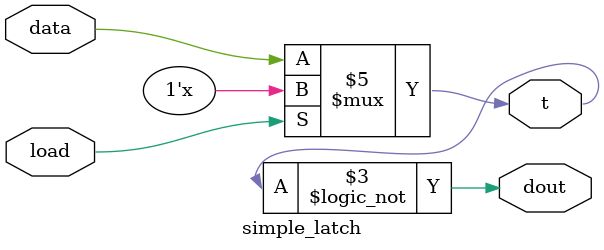
<source format=v>
`timescale 1ns / 1ps

module simple_latch(data,load,dout,t);
input data, load;
output reg dout,t;


always@(load or data)
    begin
        if(!load)
            t=data; //LHS must be reg type in always block
            dout=!t;
    end

endmodule

</source>
